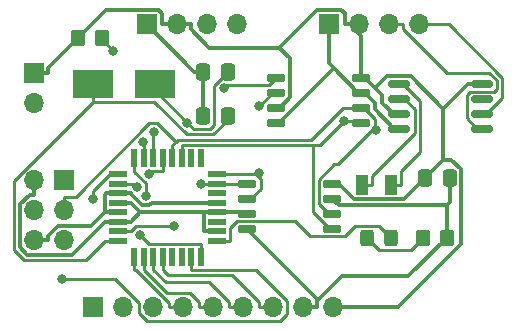
<source format=gbr>
%TF.GenerationSoftware,KiCad,Pcbnew,(6.0.1)*%
%TF.CreationDate,2022-06-05T18:06:34-04:00*%
%TF.ProjectId,PCB Design,50434220-4465-4736-9967-6e2e6b696361,v1*%
%TF.SameCoordinates,Original*%
%TF.FileFunction,Copper,L1,Top*%
%TF.FilePolarity,Positive*%
%FSLAX46Y46*%
G04 Gerber Fmt 4.6, Leading zero omitted, Abs format (unit mm)*
G04 Created by KiCad (PCBNEW (6.0.1)) date 2022-06-05 18:06:34*
%MOMM*%
%LPD*%
G01*
G04 APERTURE LIST*
G04 Aperture macros list*
%AMRoundRect*
0 Rectangle with rounded corners*
0 $1 Rounding radius*
0 $2 $3 $4 $5 $6 $7 $8 $9 X,Y pos of 4 corners*
0 Add a 4 corners polygon primitive as box body*
4,1,4,$2,$3,$4,$5,$6,$7,$8,$9,$2,$3,0*
0 Add four circle primitives for the rounded corners*
1,1,$1+$1,$2,$3*
1,1,$1+$1,$4,$5*
1,1,$1+$1,$6,$7*
1,1,$1+$1,$8,$9*
0 Add four rect primitives between the rounded corners*
20,1,$1+$1,$2,$3,$4,$5,0*
20,1,$1+$1,$4,$5,$6,$7,0*
20,1,$1+$1,$6,$7,$8,$9,0*
20,1,$1+$1,$8,$9,$2,$3,0*%
G04 Aperture macros list end*
%TA.AperFunction,ComponentPad*%
%ADD10R,1.700000X1.700000*%
%TD*%
%TA.AperFunction,ComponentPad*%
%ADD11O,1.700000X1.700000*%
%TD*%
%TA.AperFunction,SMDPad,CuDef*%
%ADD12RoundRect,0.250000X-0.337500X-0.475000X0.337500X-0.475000X0.337500X0.475000X-0.337500X0.475000X0*%
%TD*%
%TA.AperFunction,SMDPad,CuDef*%
%ADD13RoundRect,0.150000X-0.650000X-0.150000X0.650000X-0.150000X0.650000X0.150000X-0.650000X0.150000X0*%
%TD*%
%TA.AperFunction,SMDPad,CuDef*%
%ADD14R,3.500000X2.400000*%
%TD*%
%TA.AperFunction,SMDPad,CuDef*%
%ADD15RoundRect,0.150000X-0.800000X-0.150000X0.800000X-0.150000X0.800000X0.150000X-0.800000X0.150000X0*%
%TD*%
%TA.AperFunction,SMDPad,CuDef*%
%ADD16RoundRect,0.250000X-0.325000X-0.450000X0.325000X-0.450000X0.325000X0.450000X-0.325000X0.450000X0*%
%TD*%
%TA.AperFunction,SMDPad,CuDef*%
%ADD17R,1.000000X1.800000*%
%TD*%
%TA.AperFunction,SMDPad,CuDef*%
%ADD18RoundRect,0.250000X0.350000X0.450000X-0.350000X0.450000X-0.350000X-0.450000X0.350000X-0.450000X0*%
%TD*%
%TA.AperFunction,SMDPad,CuDef*%
%ADD19R,1.500000X0.550000*%
%TD*%
%TA.AperFunction,SMDPad,CuDef*%
%ADD20R,0.550000X1.500000*%
%TD*%
%TA.AperFunction,SMDPad,CuDef*%
%ADD21RoundRect,0.250000X-0.350000X-0.450000X0.350000X-0.450000X0.350000X0.450000X-0.350000X0.450000X0*%
%TD*%
%TA.AperFunction,ViaPad*%
%ADD22C,0.800000*%
%TD*%
%TA.AperFunction,Conductor*%
%ADD23C,0.250000*%
%TD*%
%TA.AperFunction,Conductor*%
%ADD24C,0.300000*%
%TD*%
G04 APERTURE END LIST*
D10*
%TO.P,J1,1,Pin_1*%
%TO.N,GNDPWR*%
X83370000Y-103750000D03*
D11*
%TO.P,J1,2,Pin_2*%
%TO.N,/Vcc*%
X85910000Y-103750000D03*
%TO.P,J1,3,Pin_3*%
%TO.N,/RX*%
X88450000Y-103750000D03*
%TO.P,J1,4,Pin_4*%
%TO.N,/TX*%
X90990000Y-103750000D03*
%TD*%
D12*
%TO.P,C1,1*%
%TO.N,GNDPWR*%
X88162500Y-107800000D03*
%TO.P,C1,2*%
%TO.N,Net-(U4-Pad7)*%
X90237500Y-107800000D03*
%TD*%
D13*
%TO.P,U2,1,A0*%
%TO.N,/ADRS1*%
X91900000Y-117245000D03*
%TO.P,U2,2,A1*%
%TO.N,/ADRS2*%
X91900000Y-118515000D03*
%TO.P,U2,3,A2*%
%TO.N,/Vcc*%
X91900000Y-119785000D03*
%TO.P,U2,4,GND*%
%TO.N,GNDPWR*%
X91900000Y-121055000D03*
%TO.P,U2,5,SDA*%
%TO.N,/SDA*%
X99100000Y-121055000D03*
%TO.P,U2,6,SCL*%
%TO.N,/SCK*%
X99100000Y-119785000D03*
%TO.P,U2,7,WP*%
%TO.N,GNDPWR*%
X99100000Y-118515000D03*
%TO.P,U2,8,VCC*%
%TO.N,/Vcc*%
X99100000Y-117245000D03*
%TD*%
D14*
%TO.P,Y2,1,1*%
%TO.N,Net-(U4-Pad8)*%
X78850000Y-108750000D03*
%TO.P,Y2,2,2*%
%TO.N,Net-(U4-Pad7)*%
X84050000Y-108750000D03*
%TD*%
D15*
%TO.P,U3,1,X1*%
%TO.N,Net-(U3-Pad1)*%
X104750000Y-108795000D03*
%TO.P,U3,2,X2*%
%TO.N,Net-(U3-Pad2)*%
X104750000Y-110065000D03*
%TO.P,U3,3,INTA*%
%TO.N,/Vcc*%
X104750000Y-111335000D03*
%TO.P,U3,4,GND*%
%TO.N,GNDPWR*%
X104750000Y-112605000D03*
%TO.P,U3,5,SDA*%
%TO.N,/SDA*%
X111750000Y-112605000D03*
%TO.P,U3,6,SCL*%
%TO.N,/SCK*%
X111750000Y-111335000D03*
%TO.P,U3,7,INTB*%
%TO.N,unconnected-(U3-Pad7)*%
X111750000Y-110065000D03*
%TO.P,U3,8,Vcc*%
%TO.N,/Vcc*%
X111750000Y-108795000D03*
%TD*%
D10*
%TO.P,J4,1,Pin_1*%
%TO.N,/MISO*%
X76386900Y-116950000D03*
D11*
%TO.P,J4,2,Pin_2*%
%TO.N,/Vcc*%
X73846900Y-116950000D03*
%TO.P,J4,3,Pin_3*%
%TO.N,/SCK*%
X76386900Y-119490000D03*
%TO.P,J4,4,Pin_4*%
%TO.N,/MOSI*%
X73846900Y-119490000D03*
%TO.P,J4,5,Pin_5*%
%TO.N,/RESET*%
X76386900Y-122030000D03*
%TO.P,J4,6,Pin_6*%
%TO.N,GNDPWR*%
X73846900Y-122030000D03*
%TD*%
D12*
%TO.P,C2,1*%
%TO.N,GNDPWR*%
X88162500Y-111500000D03*
%TO.P,C2,2*%
%TO.N,Net-(U4-Pad8)*%
X90237500Y-111500000D03*
%TD*%
D13*
%TO.P,U1,1,A0*%
%TO.N,/ADRS1*%
X94350000Y-108245000D03*
%TO.P,U1,2,A1*%
%TO.N,/ADRS2*%
X94350000Y-109515000D03*
%TO.P,U1,3,A2*%
%TO.N,/Vcc*%
X94350000Y-110785000D03*
%TO.P,U1,4,GND*%
%TO.N,GNDPWR*%
X94350000Y-112055000D03*
%TO.P,U1,5,SDA*%
%TO.N,/SDA*%
X101550000Y-112055000D03*
%TO.P,U1,6,SCL*%
%TO.N,/SCK*%
X101550000Y-110785000D03*
%TO.P,U1,7,WP*%
%TO.N,GNDPWR*%
X101550000Y-109515000D03*
%TO.P,U1,8,VCC*%
%TO.N,/Vcc*%
X101550000Y-108245000D03*
%TD*%
D16*
%TO.P,D1,1,K*%
%TO.N,Net-(R1-Pad1)*%
X102030000Y-121845000D03*
%TO.P,D1,2,A*%
%TO.N,Net-(U4-Pad17)*%
X104080000Y-121845000D03*
%TD*%
D10*
%TO.P,BT1,1,+*%
%TO.N,/Vcc*%
X73846900Y-107825000D03*
D11*
%TO.P,BT1,2,-*%
%TO.N,GNDPWR*%
X73846900Y-110365000D03*
%TD*%
D12*
%TO.P,C3,1*%
%TO.N,/Vcc*%
X106962500Y-116750000D03*
%TO.P,C3,2*%
%TO.N,GNDPWR*%
X109037500Y-116750000D03*
%TD*%
D10*
%TO.P,J2,1,Pin_1*%
%TO.N,/D2*%
X78850000Y-127650000D03*
D11*
%TO.P,J2,2,Pin_2*%
%TO.N,/D3*%
X81390000Y-127650000D03*
%TO.P,J2,3,Pin_3*%
%TO.N,/D4*%
X83930000Y-127650000D03*
%TO.P,J2,4,Pin_4*%
%TO.N,/D5*%
X86470000Y-127650000D03*
%TO.P,J2,5,Pin_5*%
%TO.N,/D6*%
X89010000Y-127650000D03*
%TO.P,J2,6,Pin_6*%
%TO.N,/D7*%
X91550000Y-127650000D03*
%TO.P,J2,7,Pin_7*%
%TO.N,/D8*%
X94090000Y-127650000D03*
%TO.P,J2,8,Pin_8*%
%TO.N,GNDPWR*%
X96630000Y-127650000D03*
%TO.P,J2,9,Pin_9*%
%TO.N,/Vcc*%
X99170000Y-127650000D03*
%TD*%
D17*
%TO.P,Y1,1,1*%
%TO.N,Net-(U3-Pad2)*%
X101600000Y-117300000D03*
%TO.P,Y1,2,2*%
%TO.N,Net-(U3-Pad1)*%
X104100000Y-117300000D03*
%TD*%
D18*
%TO.P,R2,1*%
%TO.N,/RESET*%
X79600000Y-104900000D03*
%TO.P,R2,2*%
%TO.N,/Vcc*%
X77600000Y-104900000D03*
%TD*%
D10*
%TO.P,J3,1,Pin_1*%
%TO.N,GNDPWR*%
X98800000Y-103725000D03*
D11*
%TO.P,J3,2,Pin_2*%
%TO.N,/Vcc*%
X101340000Y-103725000D03*
%TO.P,J3,3,Pin_3*%
%TO.N,/SDA*%
X103880000Y-103725000D03*
%TO.P,J3,4,Pin_4*%
%TO.N,/SCK*%
X106420000Y-103725000D03*
%TD*%
D19*
%TO.P,U4,1,PD3*%
%TO.N,/D3*%
X80950000Y-116450000D03*
%TO.P,U4,2,PD4*%
%TO.N,/D4*%
X80950000Y-117250000D03*
%TO.P,U4,3,GND*%
%TO.N,GNDPWR*%
X80950000Y-118050000D03*
%TO.P,U4,4,VCC*%
%TO.N,/Vcc*%
X80950000Y-118850000D03*
%TO.P,U4,5,GND*%
%TO.N,GNDPWR*%
X80950000Y-119650000D03*
%TO.P,U4,6,VCC*%
%TO.N,/Vcc*%
X80950000Y-120450000D03*
%TO.P,U4,7,PB6*%
%TO.N,Net-(U4-Pad7)*%
X80950000Y-121250000D03*
%TO.P,U4,8,PB7*%
%TO.N,Net-(U4-Pad8)*%
X80950000Y-122050000D03*
D20*
%TO.P,U4,9,PD5*%
%TO.N,/D5*%
X82350000Y-123450000D03*
%TO.P,U4,10,PD6*%
%TO.N,/D6*%
X83150000Y-123450000D03*
%TO.P,U4,11,PD7*%
%TO.N,/D7*%
X83950000Y-123450000D03*
%TO.P,U4,12,PB0*%
%TO.N,/D8*%
X84750000Y-123450000D03*
%TO.P,U4,13,PB1*%
%TO.N,unconnected-(U4-Pad13)*%
X85550000Y-123450000D03*
%TO.P,U4,14,PB2*%
%TO.N,unconnected-(U4-Pad14)*%
X86350000Y-123450000D03*
%TO.P,U4,15,PB3*%
%TO.N,/MOSI*%
X87150000Y-123450000D03*
%TO.P,U4,16,PB4*%
%TO.N,/MISO*%
X87950000Y-123450000D03*
D19*
%TO.P,U4,17,PB5*%
%TO.N,Net-(U4-Pad17)*%
X89350000Y-122050000D03*
%TO.P,U4,18,AVCC*%
%TO.N,/Vcc*%
X89350000Y-121250000D03*
%TO.P,U4,19,ADC6*%
%TO.N,unconnected-(U4-Pad19)*%
X89350000Y-120450000D03*
%TO.P,U4,20,AREF*%
%TO.N,/Vcc*%
X89350000Y-119650000D03*
%TO.P,U4,21,GND*%
%TO.N,GNDPWR*%
X89350000Y-118850000D03*
%TO.P,U4,22,ADC7*%
%TO.N,unconnected-(U4-Pad22)*%
X89350000Y-118050000D03*
%TO.P,U4,23,PC0*%
%TO.N,/ADRS1*%
X89350000Y-117250000D03*
%TO.P,U4,24,PC1*%
%TO.N,/ADRS2*%
X89350000Y-116450000D03*
D20*
%TO.P,U4,25,PC2*%
%TO.N,unconnected-(U4-Pad25)*%
X87950000Y-115050000D03*
%TO.P,U4,26,PC3*%
%TO.N,unconnected-(U4-Pad26)*%
X87150000Y-115050000D03*
%TO.P,U4,27,PC4*%
%TO.N,/SDA*%
X86350000Y-115050000D03*
%TO.P,U4,28,PC5*%
%TO.N,/SCK*%
X85550000Y-115050000D03*
%TO.P,U4,29,PC6*%
%TO.N,/RESET*%
X84750000Y-115050000D03*
%TO.P,U4,30,PD0*%
%TO.N,/RX*%
X83950000Y-115050000D03*
%TO.P,U4,31,PD1*%
%TO.N,/TX*%
X83150000Y-115050000D03*
%TO.P,U4,32,PD2*%
%TO.N,/D2*%
X82350000Y-115050000D03*
%TD*%
D21*
%TO.P,R1,1*%
%TO.N,Net-(R1-Pad1)*%
X106800000Y-121800000D03*
%TO.P,R1,2*%
%TO.N,GNDPWR*%
X108800000Y-121800000D03*
%TD*%
D22*
%TO.N,/ADRS2*%
X92922400Y-110661100D03*
X92921600Y-116306500D03*
%TO.N,/ADRS1*%
X89946000Y-109138600D03*
X87963500Y-117250000D03*
%TO.N,/RESET*%
X83582500Y-116430600D03*
X80561400Y-105963600D03*
%TO.N,/MOSI*%
X76228800Y-125301200D03*
%TO.N,/MISO*%
X82822100Y-121586600D03*
%TO.N,/SCK*%
X102824100Y-112663400D03*
%TO.N,/SDA*%
X100118700Y-111884000D03*
%TO.N,/D4*%
X82570600Y-117482300D03*
%TO.N,/D3*%
X78853400Y-118531600D03*
%TO.N,/D2*%
X83304400Y-118288700D03*
%TO.N,/TX*%
X83099100Y-113663500D03*
%TO.N,/RX*%
X83966200Y-112834000D03*
%TO.N,Net-(U4-Pad7)*%
X85694000Y-120780200D03*
X86826700Y-112066100D03*
%TD*%
D23*
%TO.N,Net-(U3-Pad2)*%
X105194400Y-110065000D02*
X104750000Y-110065000D01*
X106063500Y-110934100D02*
X105194400Y-110065000D01*
X106063500Y-112944500D02*
X106063500Y-110934100D01*
X102425300Y-116582700D02*
X106063500Y-112944500D01*
X102425300Y-117300000D02*
X102425300Y-116582700D01*
X101600000Y-117300000D02*
X102425300Y-117300000D01*
%TO.N,Net-(U3-Pad1)*%
X104100000Y-117300000D02*
X104925300Y-117300000D01*
X105107100Y-108795000D02*
X104750000Y-108795000D01*
X106513800Y-110201700D02*
X105107100Y-108795000D01*
X106513800Y-114562900D02*
X106513800Y-110201700D01*
X104925300Y-116151400D02*
X106513800Y-114562900D01*
X104925300Y-117300000D02*
X104925300Y-116151400D01*
%TO.N,/ADRS2*%
X92646200Y-116450000D02*
X92712200Y-116515900D01*
X89350000Y-116450000D02*
X92646200Y-116450000D01*
X92172000Y-118515000D02*
X91900000Y-118515000D01*
X93042500Y-117644500D02*
X92172000Y-118515000D01*
X93042500Y-116846300D02*
X93042500Y-117644500D01*
X92712200Y-116515900D02*
X93042500Y-116846300D01*
X92921600Y-116306500D02*
X92712200Y-116515900D01*
X94068500Y-109515000D02*
X92922400Y-110661100D01*
X94350000Y-109515000D02*
X94068500Y-109515000D01*
%TO.N,/ADRS1*%
X90217200Y-108867400D02*
X89946000Y-109138600D01*
X93727600Y-108867400D02*
X90217200Y-108867400D01*
X94350000Y-108245000D02*
X93727600Y-108867400D01*
X87963500Y-117250000D02*
X89350000Y-117250000D01*
X91895000Y-117250000D02*
X91900000Y-117245000D01*
X89350000Y-117250000D02*
X91895000Y-117250000D01*
%TO.N,/RESET*%
X84750000Y-115050000D02*
X84750000Y-116125300D01*
X83887800Y-116125300D02*
X83582500Y-116430600D01*
X84750000Y-116125300D02*
X83887800Y-116125300D01*
X79600000Y-105002200D02*
X79600000Y-104900000D01*
X80561400Y-105963600D02*
X79600000Y-105002200D01*
%TO.N,/MOSI*%
X80727900Y-125301200D02*
X76228800Y-125301200D01*
X82754600Y-127327900D02*
X80727900Y-125301200D01*
X82754600Y-128198800D02*
X82754600Y-127327900D01*
X83381200Y-128825400D02*
X82754600Y-128198800D01*
X94670600Y-128825400D02*
X83381200Y-128825400D01*
X95273800Y-128222200D02*
X94670600Y-128825400D01*
X95273800Y-127163200D02*
X95273800Y-128222200D01*
X92635900Y-124525300D02*
X95273800Y-127163200D01*
X87150000Y-124525300D02*
X92635900Y-124525300D01*
X87150000Y-123450000D02*
X87150000Y-124525300D01*
%TO.N,/MISO*%
X83610200Y-122374700D02*
X82822100Y-121586600D01*
X87950000Y-122374700D02*
X83610200Y-122374700D01*
X87950000Y-123450000D02*
X87950000Y-122374700D01*
%TO.N,/SCK*%
X102712500Y-112441400D02*
X102657300Y-112496600D01*
X102712500Y-111735300D02*
X102712500Y-112441400D01*
X101762200Y-110785000D02*
X102712500Y-111735300D01*
X101550000Y-110785000D02*
X101762200Y-110785000D01*
X99558500Y-115595400D02*
X102657300Y-112496600D01*
X99270800Y-115595400D02*
X99558500Y-115595400D01*
X97956100Y-116910100D02*
X99270800Y-115595400D01*
X97956100Y-118910100D02*
X97956100Y-116910100D01*
X98831000Y-119785000D02*
X97956100Y-118910100D01*
X99100000Y-119785000D02*
X98831000Y-119785000D01*
X102657300Y-112496600D02*
X102824100Y-112663400D01*
X108941300Y-103725000D02*
X106420000Y-103725000D01*
X113505600Y-108289300D02*
X108941300Y-103725000D01*
X113505600Y-109941800D02*
X113505600Y-108289300D01*
X112112400Y-111335000D02*
X113505600Y-109941800D01*
X111750000Y-111335000D02*
X112112400Y-111335000D01*
X85550000Y-115050000D02*
X85550000Y-113974700D01*
X76386900Y-119490000D02*
X76386900Y-118314700D01*
X77377600Y-118314700D02*
X76386900Y-118314700D01*
X83607500Y-112084800D02*
X77377600Y-118314700D01*
X84268300Y-112084800D02*
X83607500Y-112084800D01*
X85854100Y-113670600D02*
X84268300Y-112084800D01*
X85550000Y-113974700D02*
X85854100Y-113670600D01*
X99992200Y-110785000D02*
X101550000Y-110785000D01*
X97252900Y-113524300D02*
X99992200Y-110785000D01*
X86000400Y-113524300D02*
X97252900Y-113524300D01*
X85854100Y-113670600D02*
X86000400Y-113524300D01*
%TO.N,/SDA*%
X101379000Y-111884000D02*
X101550000Y-112055000D01*
X100118700Y-111884000D02*
X101379000Y-111884000D01*
X86350000Y-115050000D02*
X86350000Y-113974700D01*
X98868800Y-121055000D02*
X99100000Y-121055000D01*
X97474800Y-119661000D02*
X98868800Y-121055000D01*
X97474800Y-113974700D02*
X97474800Y-119661000D01*
X86350000Y-113974700D02*
X97474800Y-113974700D01*
X98028000Y-113974700D02*
X100118700Y-111884000D01*
X97474800Y-113974700D02*
X98028000Y-113974700D01*
X111381500Y-112605000D02*
X111750000Y-112605000D01*
X110465600Y-111689100D02*
X111381500Y-112605000D01*
X110465600Y-109726100D02*
X110465600Y-111689100D01*
X110761700Y-109430000D02*
X110465600Y-109726100D01*
X112821200Y-109430000D02*
X110761700Y-109430000D01*
X113055300Y-109195900D02*
X112821200Y-109430000D01*
X113055300Y-108475900D02*
X113055300Y-109195900D01*
X112404600Y-107825200D02*
X113055300Y-108475900D01*
X108788200Y-107825200D02*
X112404600Y-107825200D01*
X105055300Y-104092300D02*
X108788200Y-107825200D01*
X105055300Y-103725000D02*
X105055300Y-104092300D01*
X103880000Y-103725000D02*
X105055300Y-103725000D01*
%TO.N,/D8*%
X84750000Y-123450000D02*
X84750000Y-124525300D01*
X94090000Y-127650000D02*
X92914700Y-127650000D01*
X92914700Y-127282700D02*
X92914700Y-127650000D01*
X90607600Y-124975600D02*
X92914700Y-127282700D01*
X85200300Y-124975600D02*
X90607600Y-124975600D01*
X84750000Y-124525300D02*
X85200300Y-124975600D01*
%TO.N,/D7*%
X90374700Y-127282700D02*
X90374700Y-127650000D01*
X88658900Y-125566900D02*
X90374700Y-127282700D01*
X84991600Y-125566900D02*
X88658900Y-125566900D01*
X83950000Y-124525300D02*
X84991600Y-125566900D01*
X83950000Y-123450000D02*
X83950000Y-124525300D01*
X91550000Y-127650000D02*
X90374700Y-127650000D01*
%TO.N,/D6*%
X87834700Y-127282600D02*
X87834700Y-127650000D01*
X87026800Y-126474700D02*
X87834700Y-127282600D01*
X85099400Y-126474700D02*
X87026800Y-126474700D01*
X83150000Y-124525300D02*
X85099400Y-126474700D01*
X83150000Y-123450000D02*
X83150000Y-124525300D01*
X89010000Y-127650000D02*
X87834700Y-127650000D01*
%TO.N,/D5*%
X85294700Y-127329700D02*
X85294700Y-127650000D01*
X82490300Y-124525300D02*
X85294700Y-127329700D01*
X82350000Y-124525300D02*
X82490300Y-124525300D01*
X82350000Y-123450000D02*
X82350000Y-124525300D01*
X86470000Y-127650000D02*
X85294700Y-127650000D01*
%TO.N,/D4*%
X82338300Y-117250000D02*
X82570600Y-117482300D01*
X80950000Y-117250000D02*
X82338300Y-117250000D01*
%TO.N,/D3*%
X78853400Y-117848700D02*
X78853400Y-118531600D01*
X80252100Y-116450000D02*
X78853400Y-117848700D01*
X80950000Y-116450000D02*
X80252100Y-116450000D01*
%TO.N,/D2*%
X82350000Y-115050000D02*
X82350000Y-116125300D01*
X83304400Y-117190200D02*
X83304400Y-118288700D01*
X82350000Y-116235800D02*
X83304400Y-117190200D01*
X82350000Y-116125300D02*
X82350000Y-116235800D01*
%TO.N,/TX*%
X83150000Y-115050000D02*
X83150000Y-113974700D01*
X83150000Y-113714400D02*
X83099100Y-113663500D01*
X83150000Y-113974700D02*
X83150000Y-113714400D01*
%TO.N,/RX*%
X83950000Y-112850200D02*
X83966200Y-112834000D01*
X83950000Y-115050000D02*
X83950000Y-112850200D01*
%TO.N,Net-(U4-Pad17)*%
X103040700Y-120805700D02*
X104080000Y-121845000D01*
X101037400Y-120805700D02*
X103040700Y-120805700D01*
X100159000Y-121684100D02*
X101037400Y-120805700D01*
X97183100Y-121684100D02*
X100159000Y-121684100D01*
X95919000Y-120420000D02*
X97183100Y-121684100D01*
X91004300Y-120420000D02*
X95919000Y-120420000D01*
X90425300Y-120999000D02*
X91004300Y-120420000D01*
X90425300Y-122050000D02*
X90425300Y-120999000D01*
X89350000Y-122050000D02*
X90425300Y-122050000D01*
%TO.N,Net-(R1-Pad1)*%
X103058000Y-122873000D02*
X102030000Y-121845000D01*
X105727000Y-122873000D02*
X103058000Y-122873000D01*
X106800000Y-121800000D02*
X105727000Y-122873000D01*
%TO.N,Net-(U4-Pad8)*%
X78850000Y-108750000D02*
X78850000Y-110275300D01*
X72129500Y-116995900D02*
X78850000Y-110275400D01*
X72129500Y-122818700D02*
X72129500Y-116995900D01*
X73025700Y-123714900D02*
X72129500Y-122818700D01*
X78209800Y-123714900D02*
X73025700Y-123714900D01*
X79874700Y-122050000D02*
X78209800Y-123714900D01*
X78850000Y-110275300D02*
X78850000Y-110275400D01*
X80950000Y-122050000D02*
X79874700Y-122050000D01*
X90237500Y-111818400D02*
X90237500Y-111500000D01*
X89011700Y-113044200D02*
X90237500Y-111818400D01*
X86779100Y-113044200D02*
X89011700Y-113044200D01*
X84010300Y-110275400D02*
X86779100Y-113044200D01*
X78850000Y-110275400D02*
X84010300Y-110275400D01*
%TO.N,Net-(U4-Pad7)*%
X89093100Y-108944400D02*
X90237500Y-107800000D01*
X89093100Y-112246500D02*
X89093100Y-108944400D01*
X88745700Y-112593900D02*
X89093100Y-112246500D01*
X87354500Y-112593900D02*
X88745700Y-112593900D01*
X86826700Y-112066100D02*
X87354500Y-112593900D01*
X84050000Y-109289400D02*
X86826700Y-112066100D01*
X84050000Y-108750000D02*
X84050000Y-109289400D01*
X80950000Y-121250000D02*
X82025300Y-121250000D01*
X85694000Y-120780300D02*
X85694000Y-120780200D01*
X82495000Y-120780300D02*
X85694000Y-120780300D01*
X82025300Y-121250000D02*
X82495000Y-120780300D01*
D24*
%TO.N,GNDPWR*%
X88162500Y-111500000D02*
X88162500Y-107800000D01*
X80950000Y-118050000D02*
X82050300Y-118050000D01*
X83804200Y-118850000D02*
X89350000Y-118850000D01*
X83615200Y-119039000D02*
X83804200Y-118850000D01*
X82993700Y-119039000D02*
X83615200Y-119039000D01*
X82050300Y-118095600D02*
X82993700Y-119039000D01*
X82050300Y-118050000D02*
X82050300Y-118095600D01*
X104361400Y-112605000D02*
X104750000Y-112605000D01*
X102701000Y-110944600D02*
X104361400Y-112605000D01*
X102701000Y-110366600D02*
X102701000Y-110944600D01*
X101849400Y-109515000D02*
X102701000Y-110366600D01*
X101550000Y-109515000D02*
X101849400Y-109515000D01*
X109037500Y-118819100D02*
X108800000Y-119056600D01*
X109037500Y-116750000D02*
X109037500Y-118819100D01*
X99641600Y-119056600D02*
X99100000Y-118515000D01*
X108800000Y-119056600D02*
X99641600Y-119056600D01*
X108800000Y-119056600D02*
X108800000Y-121800000D01*
X96630000Y-127650000D02*
X97830300Y-127650000D01*
X97895000Y-127049900D02*
X91900000Y-121055000D01*
X97830300Y-127114600D02*
X97895000Y-127049900D01*
X97830300Y-127650000D02*
X97830300Y-127114600D01*
X105540900Y-125059100D02*
X108800000Y-121800000D01*
X99885800Y-125059100D02*
X105540900Y-125059100D01*
X97895000Y-127049900D02*
X99885800Y-125059100D01*
X87420000Y-107800000D02*
X88162500Y-107800000D01*
X83370000Y-103750000D02*
X87420000Y-107800000D01*
X80950000Y-118050000D02*
X79974800Y-118050000D01*
X80950000Y-119650000D02*
X79849700Y-119650000D01*
X94603500Y-112055000D02*
X94350000Y-112055000D01*
X99213300Y-107445200D02*
X94603500Y-112055000D01*
X98800000Y-107031900D02*
X99213300Y-107445200D01*
X98800000Y-103725000D02*
X98800000Y-107031900D01*
X101283100Y-109515000D02*
X101550000Y-109515000D01*
X99213300Y-107445200D02*
X101283100Y-109515000D01*
X79849700Y-118175100D02*
X79974800Y-118050000D01*
X79849700Y-119650000D02*
X79849700Y-118175100D01*
X78670000Y-120829700D02*
X79849700Y-119650000D01*
X75872300Y-120829700D02*
X78670000Y-120829700D01*
X75047200Y-121654800D02*
X75872300Y-120829700D01*
X75047200Y-122030000D02*
X75047200Y-121654800D01*
X73846900Y-122030000D02*
X75047200Y-122030000D01*
%TO.N,/Vcc*%
X80950000Y-118850000D02*
X82050300Y-118850000D01*
X101864100Y-108245000D02*
X102738700Y-109119600D01*
X101550000Y-108245000D02*
X101864100Y-108245000D01*
X104291900Y-111335000D02*
X104750000Y-111335000D01*
X103333100Y-110376200D02*
X104291900Y-111335000D01*
X103333100Y-109714000D02*
X103333100Y-110376200D01*
X102738700Y-109119600D02*
X103333100Y-109714000D01*
X99635100Y-117245000D02*
X99100000Y-117245000D01*
X100940500Y-118550400D02*
X99635100Y-117245000D01*
X105162100Y-118550400D02*
X100940500Y-118550400D01*
X106962500Y-116750000D02*
X105162100Y-118550400D01*
X110586200Y-108795000D02*
X108502700Y-110878500D01*
X111750000Y-108795000D02*
X110586200Y-108795000D01*
X109172900Y-115209800D02*
X108502700Y-115209800D01*
X109987600Y-116024500D02*
X109172900Y-115209800D01*
X109987600Y-122308200D02*
X109987600Y-116024500D01*
X104645800Y-127650000D02*
X109987600Y-122308200D01*
X99170000Y-127650000D02*
X104645800Y-127650000D01*
X108502700Y-110878500D02*
X108502700Y-115209800D01*
X108502700Y-115209800D02*
X106962500Y-116750000D01*
X103730400Y-108127900D02*
X102738700Y-109119600D01*
X105752100Y-108127900D02*
X103730400Y-108127900D01*
X108502700Y-110878500D02*
X105752100Y-108127900D01*
X73473800Y-118150300D02*
X73846900Y-118150300D01*
X72645200Y-118978900D02*
X73473800Y-118150300D01*
X72645200Y-122614400D02*
X72645200Y-118978900D01*
X73261800Y-123231000D02*
X72645200Y-122614400D01*
X77068700Y-123231000D02*
X73261800Y-123231000D01*
X79849700Y-120450000D02*
X77068700Y-123231000D01*
X80950000Y-120450000D02*
X79849700Y-120450000D01*
X73846900Y-116950000D02*
X73846900Y-118150300D01*
X80950000Y-120450000D02*
X82050300Y-120450000D01*
X75047200Y-107452800D02*
X77600000Y-104900000D01*
X75047200Y-107825000D02*
X75047200Y-107452800D01*
X73846900Y-107825000D02*
X75047200Y-107825000D01*
X79950400Y-102549600D02*
X77600000Y-104900000D01*
X84409500Y-102549600D02*
X79950400Y-102549600D01*
X84709700Y-102849800D02*
X84409500Y-102549600D01*
X84709700Y-103750000D02*
X84709700Y-102849800D01*
X85910000Y-103750000D02*
X87110300Y-103750000D01*
X85910000Y-103750000D02*
X84709700Y-103750000D01*
X91765000Y-119650000D02*
X89350000Y-119650000D01*
X91900000Y-119785000D02*
X91765000Y-119650000D01*
X89350000Y-119650000D02*
X88249700Y-119650000D01*
X89350000Y-121250000D02*
X88249700Y-121250000D01*
X88249700Y-119650000D02*
X88249700Y-121250000D01*
X82050300Y-120450000D02*
X82850300Y-119650000D01*
X82850300Y-119650000D02*
X82050300Y-118850000D01*
X88249700Y-119650000D02*
X82850300Y-119650000D01*
X87110300Y-104125100D02*
X87110300Y-103750000D01*
X88685900Y-105700700D02*
X87110300Y-104125100D01*
X94599300Y-105700700D02*
X88685900Y-105700700D01*
X95510600Y-106612000D02*
X94599300Y-105700700D01*
X95510600Y-109919900D02*
X95510600Y-106612000D01*
X94645500Y-110785000D02*
X95510600Y-109919900D01*
X94350000Y-110785000D02*
X94645500Y-110785000D01*
X100139700Y-102788300D02*
X100139700Y-103725000D01*
X99856800Y-102505400D02*
X100139700Y-102788300D01*
X97794600Y-102505400D02*
X99856800Y-102505400D01*
X94599300Y-105700700D02*
X97794600Y-102505400D01*
X101340000Y-103725000D02*
X100562200Y-103725000D01*
X100562200Y-103725000D02*
X100139700Y-103725000D01*
X101550000Y-104712800D02*
X101550000Y-108245000D01*
X100562200Y-103725000D02*
X101550000Y-104712800D01*
%TD*%
M02*

</source>
